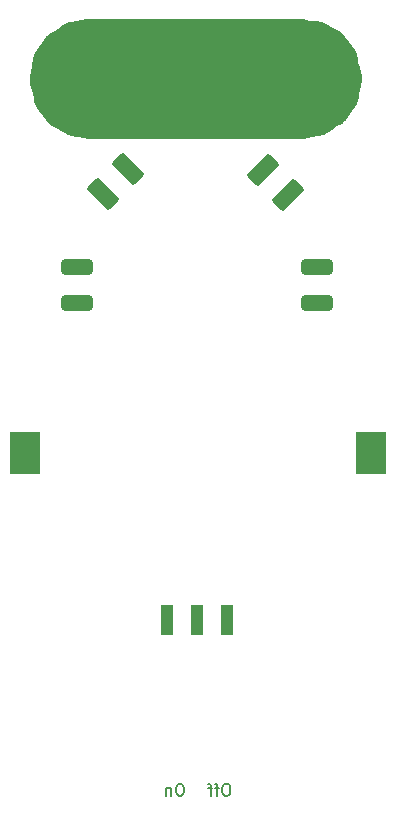
<source format=gbs>
G04 #@! TF.GenerationSoftware,KiCad,Pcbnew,(6.0.10)*
G04 #@! TF.CreationDate,2023-01-13T20:24:24+01:00*
G04 #@! TF.ProjectId,Eule,45756c65-2e6b-4696-9361-645f70636258,rev?*
G04 #@! TF.SameCoordinates,Original*
G04 #@! TF.FileFunction,Soldermask,Bot*
G04 #@! TF.FilePolarity,Negative*
%FSLAX46Y46*%
G04 Gerber Fmt 4.6, Leading zero omitted, Abs format (unit mm)*
G04 Created by KiCad (PCBNEW (6.0.10)) date 2023-01-13 20:24:24*
%MOMM*%
%LPD*%
G01*
G04 APERTURE LIST*
G04 Aperture macros list*
%AMRoundRect*
0 Rectangle with rounded corners*
0 $1 Rounding radius*
0 $2 $3 $4 $5 $6 $7 $8 $9 X,Y pos of 4 corners*
0 Add a 4 corners polygon primitive as box body*
4,1,4,$2,$3,$4,$5,$6,$7,$8,$9,$2,$3,0*
0 Add four circle primitives for the rounded corners*
1,1,$1+$1,$2,$3*
1,1,$1+$1,$4,$5*
1,1,$1+$1,$6,$7*
1,1,$1+$1,$8,$9*
0 Add four rect primitives between the rounded corners*
20,1,$1+$1,$2,$3,$4,$5,0*
20,1,$1+$1,$4,$5,$6,$7,0*
20,1,$1+$1,$6,$7,$8,$9,0*
20,1,$1+$1,$8,$9,$2,$3,0*%
G04 Aperture macros list end*
%ADD10C,5.075000*%
%ADD11C,0.150000*%
%ADD12R,2.600000X3.600000*%
%ADD13RoundRect,0.250000X1.075000X-0.400000X1.075000X0.400000X-1.075000X0.400000X-1.075000X-0.400000X0*%
%ADD14RoundRect,0.250001X-0.433103X1.087175X-1.087175X0.433103X0.433103X-1.087175X1.087175X-0.433103X0*%
%ADD15RoundRect,0.250001X-1.087175X-0.433103X-0.433103X-1.087175X1.087175X0.433103X0.433103X1.087175X0*%
%ADD16R,1.000000X2.500000*%
G04 APERTURE END LIST*
D10*
X49307500Y-39450000D02*
G75*
G03*
X49307500Y-39450000I-2537500J0D01*
G01*
D11*
X46770000Y-34450000D02*
X64770000Y-34450000D01*
X64770000Y-34450000D02*
X64770000Y-44450000D01*
X64770000Y-44450000D02*
X46770000Y-44450000D01*
X46770000Y-44450000D02*
X46770000Y-34450000D01*
G36*
X46770000Y-34450000D02*
G01*
X64770000Y-34450000D01*
X64770000Y-44450000D01*
X46770000Y-44450000D01*
X46770000Y-34450000D01*
G37*
D10*
X67307500Y-39450000D02*
G75*
G03*
X67307500Y-39450000I-2537500J0D01*
G01*
D11*
X58451666Y-99147380D02*
X58261190Y-99147380D01*
X58165952Y-99195000D01*
X58070714Y-99290238D01*
X58023095Y-99480714D01*
X58023095Y-99814047D01*
X58070714Y-100004523D01*
X58165952Y-100099761D01*
X58261190Y-100147380D01*
X58451666Y-100147380D01*
X58546904Y-100099761D01*
X58642142Y-100004523D01*
X58689761Y-99814047D01*
X58689761Y-99480714D01*
X58642142Y-99290238D01*
X58546904Y-99195000D01*
X58451666Y-99147380D01*
X57737380Y-99480714D02*
X57356428Y-99480714D01*
X57594523Y-100147380D02*
X57594523Y-99290238D01*
X57546904Y-99195000D01*
X57451666Y-99147380D01*
X57356428Y-99147380D01*
X57165952Y-99480714D02*
X56785000Y-99480714D01*
X57023095Y-100147380D02*
X57023095Y-99290238D01*
X56975476Y-99195000D01*
X56880238Y-99147380D01*
X56785000Y-99147380D01*
X54522619Y-99147380D02*
X54332142Y-99147380D01*
X54236904Y-99195000D01*
X54141666Y-99290238D01*
X54094047Y-99480714D01*
X54094047Y-99814047D01*
X54141666Y-100004523D01*
X54236904Y-100099761D01*
X54332142Y-100147380D01*
X54522619Y-100147380D01*
X54617857Y-100099761D01*
X54713095Y-100004523D01*
X54760714Y-99814047D01*
X54760714Y-99480714D01*
X54713095Y-99290238D01*
X54617857Y-99195000D01*
X54522619Y-99147380D01*
X53665476Y-99480714D02*
X53665476Y-100147380D01*
X53665476Y-99575952D02*
X53617857Y-99528333D01*
X53522619Y-99480714D01*
X53379761Y-99480714D01*
X53284523Y-99528333D01*
X53236904Y-99623571D01*
X53236904Y-100147380D01*
D12*
X41290000Y-71120000D03*
X70590000Y-71120000D03*
D13*
X66040000Y-58470000D03*
X66040000Y-55370000D03*
D14*
X50010000Y-47080000D03*
X47906358Y-49183642D03*
D15*
X61495376Y-47185376D03*
X63599018Y-49289018D03*
D16*
X53340000Y-85280000D03*
X55880000Y-85280000D03*
X58420000Y-85280000D03*
D13*
X45720000Y-58470000D03*
X45720000Y-55370000D03*
M02*

</source>
